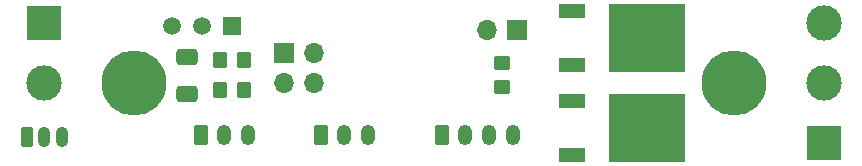
<source format=gbr>
%TF.GenerationSoftware,KiCad,Pcbnew,7.0.6*%
%TF.CreationDate,2023-08-24T15:39:13-04:00*%
%TF.ProjectId,miniald,6d696e69-616c-4642-9e6b-696361645f70,rev?*%
%TF.SameCoordinates,Original*%
%TF.FileFunction,Soldermask,Bot*%
%TF.FilePolarity,Negative*%
%FSLAX46Y46*%
G04 Gerber Fmt 4.6, Leading zero omitted, Abs format (unit mm)*
G04 Created by KiCad (PCBNEW 7.0.6) date 2023-08-24 15:39:13*
%MOMM*%
%LPD*%
G01*
G04 APERTURE LIST*
G04 Aperture macros list*
%AMRoundRect*
0 Rectangle with rounded corners*
0 $1 Rounding radius*
0 $2 $3 $4 $5 $6 $7 $8 $9 X,Y pos of 4 corners*
0 Add a 4 corners polygon primitive as box body*
4,1,4,$2,$3,$4,$5,$6,$7,$8,$9,$2,$3,0*
0 Add four circle primitives for the rounded corners*
1,1,$1+$1,$2,$3*
1,1,$1+$1,$4,$5*
1,1,$1+$1,$6,$7*
1,1,$1+$1,$8,$9*
0 Add four rect primitives between the rounded corners*
20,1,$1+$1,$2,$3,$4,$5,0*
20,1,$1+$1,$4,$5,$6,$7,0*
20,1,$1+$1,$6,$7,$8,$9,0*
20,1,$1+$1,$8,$9,$2,$3,0*%
G04 Aperture macros list end*
%ADD10R,1.500000X1.500000*%
%ADD11C,1.500000*%
%ADD12RoundRect,0.250000X-0.350000X-0.625000X0.350000X-0.625000X0.350000X0.625000X-0.350000X0.625000X0*%
%ADD13O,1.200000X1.750000*%
%ADD14C,5.500000*%
%ADD15R,3.000000X3.000000*%
%ADD16C,3.000000*%
%ADD17RoundRect,0.250000X-0.265000X-0.615000X0.265000X-0.615000X0.265000X0.615000X-0.265000X0.615000X0*%
%ADD18O,1.030000X1.730000*%
%ADD19R,1.700000X1.700000*%
%ADD20O,1.700000X1.700000*%
%ADD21R,2.200000X1.200000*%
%ADD22R,6.400000X5.800000*%
%ADD23RoundRect,0.250000X-0.350000X-0.450000X0.350000X-0.450000X0.350000X0.450000X-0.350000X0.450000X0*%
%ADD24RoundRect,0.250000X0.350000X0.450000X-0.350000X0.450000X-0.350000X-0.450000X0.350000X-0.450000X0*%
%ADD25RoundRect,0.250000X-0.450000X0.350000X-0.450000X-0.350000X0.450000X-0.350000X0.450000X0.350000X0*%
%ADD26RoundRect,0.250000X-0.650000X0.412500X-0.650000X-0.412500X0.650000X-0.412500X0.650000X0.412500X0*%
G04 APERTURE END LIST*
D10*
%TO.C,U4*%
X97155000Y-53615000D03*
D11*
X94615000Y-53615000D03*
X92075000Y-53615000D03*
%TD*%
D12*
%TO.C,J5*%
X104680000Y-62865000D03*
D13*
X106680000Y-62865000D03*
X108680000Y-62865000D03*
%TD*%
D14*
%TO.C,H1*%
X139700000Y-58420000D03*
%TD*%
D15*
%TO.C,J2*%
X147320000Y-63500000D03*
D16*
X147320000Y-58420000D03*
X147320000Y-53340000D03*
%TD*%
D15*
%TO.C,J1*%
X81280000Y-53340000D03*
D16*
X81280000Y-58420000D03*
%TD*%
D17*
%TO.C,J3*%
X79780000Y-63050000D03*
D18*
X81280000Y-63050000D03*
X82780000Y-63050000D03*
%TD*%
D12*
%TO.C,J6*%
X114935000Y-62865000D03*
D13*
X116935000Y-62865000D03*
X118935000Y-62865000D03*
X120935000Y-62865000D03*
%TD*%
D12*
%TO.C,J4*%
X94520000Y-62865000D03*
D13*
X96520000Y-62865000D03*
X98520000Y-62865000D03*
%TD*%
D14*
%TO.C,H2*%
X88900000Y-58420000D03*
%TD*%
D19*
%TO.C,R1*%
X121285000Y-53975000D03*
D20*
X118745000Y-53975000D03*
%TD*%
D19*
%TO.C,J7*%
X101600000Y-55880000D03*
D20*
X104140000Y-55880000D03*
X101600000Y-58420000D03*
X104140000Y-58420000D03*
%TD*%
D21*
%TO.C,Q2*%
X125975000Y-64510000D03*
D22*
X132275000Y-62230000D03*
D21*
X125975000Y-59950000D03*
%TD*%
D23*
%TO.C,R3*%
X96155000Y-56515000D03*
X98155000Y-56515000D03*
%TD*%
D24*
%TO.C,R4*%
X98155000Y-59055000D03*
X96155000Y-59055000D03*
%TD*%
D21*
%TO.C,Q1*%
X125975000Y-56890000D03*
D22*
X132275000Y-54610000D03*
D21*
X125975000Y-52330000D03*
%TD*%
D25*
%TO.C,R2*%
X120015000Y-56785000D03*
X120015000Y-58785000D03*
%TD*%
D26*
%TO.C,C3*%
X93345000Y-56222500D03*
X93345000Y-59347500D03*
%TD*%
M02*

</source>
